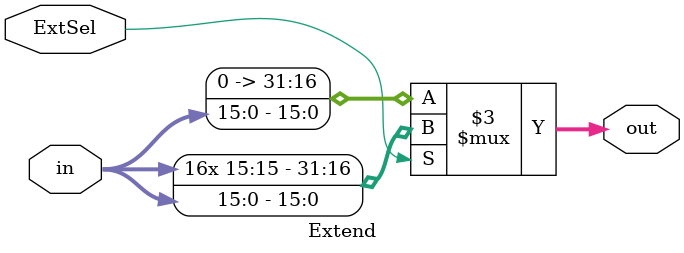
<source format=v>
`timescale 1ns / 1ps


module Extend(
        input [15:0] in,
        input ExtSel,
		output reg [31:0] out);
  
    always @(in or ExtSel) begin
        if(ExtSel)begin
            out <= {{16{in[15]}}, in[15:0]}; // sign-extend£¬addi¡¢slti¡¢lw¡¢sw¡¢beq¡¢bne(beq¡¢bneµÄ×óÒÆÔÚpcÖÐÍê³É)
         end
         else begin
            out <= {{16{0}}, in[15:0]};                  // zero-extend£¬ori¡¢andi
         end
    end
 
endmodule

</source>
